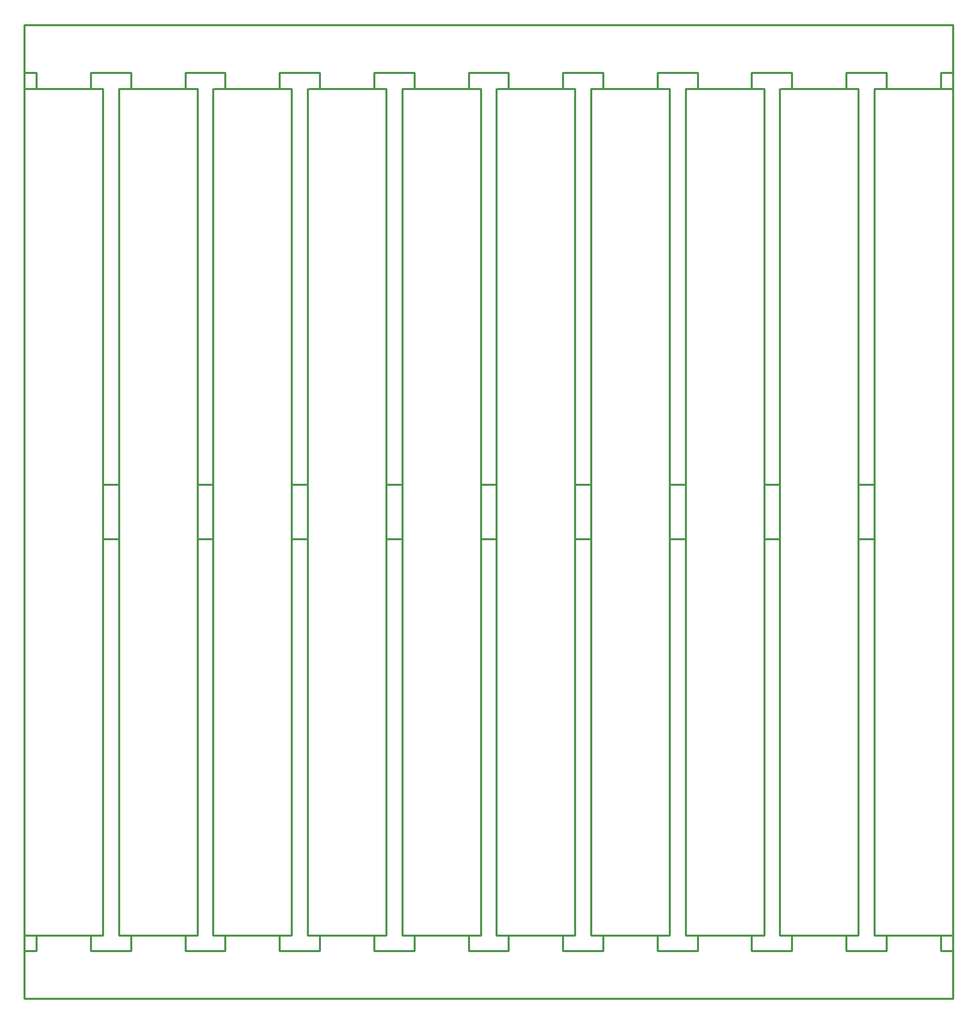
<source format=gko>
G04 Layer: BoardOutlineLayer*
G04 EasyEDA v6.5.22, 2023-04-24 22:23:56*
G04 8fb2b6a2d3ec4a02888dd8b65789e586,5a6b42c53f6a479593ecc07194224c93,10*
G04 Gerber Generator version 0.2*
G04 Scale: 100 percent, Rotated: No, Reflected: No *
G04 Dimensions in millimeters *
G04 leading zeros omitted , absolute positions ,4 integer and 5 decimal *
%FSLAX45Y45*%
%MOMM*%

%ADD10C,0.2540*%
D10*
X12700Y11938000D02*
G01*
X990600Y11938000D01*
X990600Y1270000D01*
X0Y1270000D01*
X0Y11938000D01*
X1203299Y11938000D02*
G01*
X2181199Y11938000D01*
X2181199Y1270000D01*
X1190599Y1270000D01*
X1190599Y11938000D01*
X2393899Y11938000D02*
G01*
X3371799Y11938000D01*
X3371799Y1270000D01*
X2381199Y1270000D01*
X2381199Y11938000D01*
X3584498Y11938000D02*
G01*
X4562398Y11938000D01*
X4562398Y1270000D01*
X3571798Y1270000D01*
X3571798Y11938000D01*
X4775098Y11938000D02*
G01*
X5752998Y11938000D01*
X5752998Y1270000D01*
X4762398Y1270000D01*
X4762398Y11938000D01*
X5965697Y11938000D02*
G01*
X6943597Y11938000D01*
X6943597Y1270000D01*
X5952997Y1270000D01*
X5952997Y11938000D01*
X7156297Y11938000D02*
G01*
X8134197Y11938000D01*
X8134197Y1270000D01*
X7143597Y1270000D01*
X7143597Y11938000D01*
X8346897Y11938000D02*
G01*
X9324797Y11938000D01*
X9324797Y1270000D01*
X8334197Y1270000D01*
X8334197Y11938000D01*
X9537496Y11938000D02*
G01*
X10515396Y11938000D01*
X10515396Y1270000D01*
X9524796Y1270000D01*
X9524796Y11938000D01*
X10728096Y11938000D02*
G01*
X11705996Y11938000D01*
X11705996Y1270000D01*
X10715396Y1270000D01*
X10715396Y11938000D01*
X0Y12737998D02*
G01*
X11705996Y12737998D01*
X11705996Y470001D01*
X0Y470001D01*
X0Y12737998D01*
X153296Y12137999D02*
G01*
X0Y12137999D01*
X153296Y1070000D02*
G01*
X0Y1070000D01*
X1343896Y12137999D02*
G01*
X837305Y12137999D01*
X1343896Y1070000D02*
G01*
X837305Y1070000D01*
X2534495Y12137999D02*
G01*
X2027905Y12137999D01*
X2534495Y1070000D02*
G01*
X2027905Y1070000D01*
X3725095Y12137999D02*
G01*
X3218505Y12137999D01*
X3725095Y1070000D02*
G01*
X3218505Y1070000D01*
X4915695Y12137999D02*
G01*
X4409104Y12137999D01*
X4915695Y1070000D02*
G01*
X4409104Y1070000D01*
X6106294Y12137999D02*
G01*
X5599704Y12137999D01*
X6106294Y1070000D02*
G01*
X5599704Y1070000D01*
X7296894Y12137999D02*
G01*
X6790303Y12137999D01*
X7296894Y1070000D02*
G01*
X6790303Y1070000D01*
X8487493Y12137999D02*
G01*
X7980903Y12137999D01*
X8487493Y1070000D02*
G01*
X7980903Y1070000D01*
X9678093Y12137999D02*
G01*
X9171503Y12137999D01*
X9678093Y1070000D02*
G01*
X9171503Y1070000D01*
X10868693Y12137999D02*
G01*
X10362102Y12137999D01*
X10868693Y1070000D02*
G01*
X10362102Y1070000D01*
X11705996Y12137999D02*
G01*
X11552702Y12137999D01*
X11705996Y1070000D02*
G01*
X11552702Y1070000D01*
X1181432Y6946003D02*
G01*
X999766Y6946003D01*
X1181432Y6261994D02*
G01*
X999766Y6261994D01*
X2372032Y6946003D02*
G01*
X2190366Y6946003D01*
X2372032Y6261994D02*
G01*
X2190366Y6261994D01*
X3562631Y6946003D02*
G01*
X3380966Y6946003D01*
X3562631Y6261994D02*
G01*
X3380966Y6261994D01*
X4753231Y6946003D02*
G01*
X4571565Y6946003D01*
X4753231Y6261994D02*
G01*
X4571565Y6261994D01*
X5943831Y6946003D02*
G01*
X5762165Y6946003D01*
X5943831Y6261994D02*
G01*
X5762165Y6261994D01*
X7134430Y6946003D02*
G01*
X6952764Y6946003D01*
X7134430Y6261994D02*
G01*
X6952764Y6261994D01*
X8325030Y6946003D02*
G01*
X8143364Y6946003D01*
X8325030Y6261994D02*
G01*
X8143364Y6261994D01*
X9515629Y6946003D02*
G01*
X9333964Y6946003D01*
X9515629Y6261994D02*
G01*
X9333964Y6261994D01*
X10706229Y6946003D02*
G01*
X10524563Y6946003D01*
X10706229Y6261994D02*
G01*
X10524563Y6261994D01*
X153296Y11947166D02*
G01*
X153296Y12137999D01*
X153296Y1070000D02*
G01*
X153296Y1260833D01*
X837305Y11947166D02*
G01*
X837305Y12137999D01*
X837305Y1070000D02*
G01*
X837305Y1260833D01*
X1343896Y11947166D02*
G01*
X1343896Y12137999D01*
X1343896Y1070000D02*
G01*
X1343896Y1260833D01*
X2027905Y11947166D02*
G01*
X2027905Y12137999D01*
X2027905Y1070000D02*
G01*
X2027905Y1260833D01*
X2534495Y11947166D02*
G01*
X2534495Y12137999D01*
X2534495Y1070000D02*
G01*
X2534495Y1260833D01*
X3218505Y11947166D02*
G01*
X3218505Y12137999D01*
X3218505Y1070000D02*
G01*
X3218505Y1260833D01*
X3725095Y11947166D02*
G01*
X3725095Y12137999D01*
X3725095Y1070000D02*
G01*
X3725095Y1260833D01*
X4409104Y11947166D02*
G01*
X4409104Y12137999D01*
X4409104Y1070000D02*
G01*
X4409104Y1260833D01*
X4915695Y11947166D02*
G01*
X4915695Y12137999D01*
X4915695Y1070000D02*
G01*
X4915695Y1260833D01*
X5599704Y11947166D02*
G01*
X5599704Y12137999D01*
X5599704Y1070000D02*
G01*
X5599704Y1260833D01*
X6106294Y11947166D02*
G01*
X6106294Y12137999D01*
X6106294Y1070000D02*
G01*
X6106294Y1260833D01*
X6790303Y11947166D02*
G01*
X6790303Y12137999D01*
X6790303Y1070000D02*
G01*
X6790303Y1260833D01*
X7296894Y11947166D02*
G01*
X7296894Y12137999D01*
X7296894Y1070000D02*
G01*
X7296894Y1260833D01*
X7980903Y11947166D02*
G01*
X7980903Y12137999D01*
X7980903Y1070000D02*
G01*
X7980903Y1260833D01*
X8487493Y11947166D02*
G01*
X8487493Y12137999D01*
X8487493Y1070000D02*
G01*
X8487493Y1260833D01*
X9171503Y11947166D02*
G01*
X9171503Y12137999D01*
X9171503Y1070000D02*
G01*
X9171503Y1260833D01*
X9678093Y11947166D02*
G01*
X9678093Y12137999D01*
X9678093Y1070000D02*
G01*
X9678093Y1260833D01*
X10362102Y11947166D02*
G01*
X10362102Y12137999D01*
X10362102Y1070000D02*
G01*
X10362102Y1260833D01*
X10868693Y11947166D02*
G01*
X10868693Y12137999D01*
X10868693Y1070000D02*
G01*
X10868693Y1260833D01*
X11552702Y11947166D02*
G01*
X11552702Y12137999D01*
X11552702Y1070000D02*
G01*
X11552702Y1260833D01*

%LPD*%
M02*

</source>
